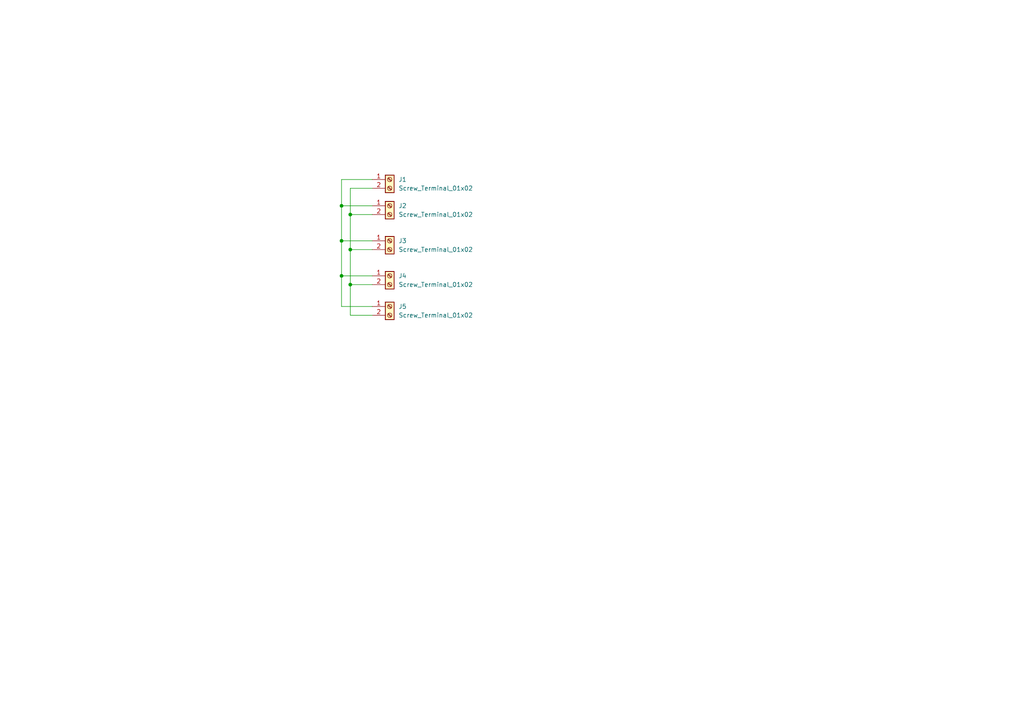
<source format=kicad_sch>
(kicad_sch (version 20211123) (generator eeschema)
  (paper "A4")
  (lib_symbols
    (symbol "Connector:Screw_Terminal_01x02" (pin_names (offset 1.016) hide)
      (property "Reference" "J" (at 0 2.54 0))
      (property "Value" "Screw_Terminal_01x02" (at 0 -5.08 0))
      (symbol "Screw_Terminal_01x02_1_1"
        (rectangle (start -1.27 1.27) (end 1.27 -3.81) (stroke (width 0.254)) (fill (type background)))
        (circle (center 0 -2.54) (radius 0.635) (stroke (width 0.1524)))
        (polyline (pts (xy -0.5334 -2.2098) (xy 0.3302 -3.048)) (stroke (width 0.1524)))
        (polyline (pts (xy -0.5334 0.3302) (xy 0.3302 -0.508)) (stroke (width 0.1524)))
        (polyline (pts (xy -0.3556 -2.032) (xy 0.508 -2.8702)) (stroke (width 0.1524)))
        (polyline (pts (xy -0.3556 0.508) (xy 0.508 -0.3302)) (stroke (width 0.1524)))
        (circle (center 0 0) (radius 0.635) (stroke (width 0.1524)))
        (pin passive line (at -5.08 0 0) (length 3.81) (name "Pin_1") (number "1"))
        (pin passive line (at -5.08 -2.54 0) (length 3.81) (name "Pin_2") (number "2"))
      )
    )
  )
  (junction (at 99.06 69.85))
  (junction (at 101.6 72.39))
  (junction (at 99.06 59.69))
  (junction (at 99.06 80.01))
  (junction (at 101.6 62.23))
  (junction (at 101.6 82.55))
  (wire (pts (xy 101.6 62.23) (xy 107.95 62.23)))
  (wire (pts (xy 99.06 80.01) (xy 107.95 80.01)))
  (wire (pts (xy 107.95 52.07) (xy 99.06 52.07)))
  (wire (pts (xy 101.6 72.39) (xy 107.95 72.39)))
  (wire (pts (xy 99.06 80.01) (xy 99.06 88.9)))
  (wire (pts (xy 101.6 54.61) (xy 101.6 62.23)))
  (wire (pts (xy 99.06 52.07) (xy 99.06 59.69)))
  (wire (pts (xy 99.06 59.69) (xy 99.06 69.85)))
  (wire (pts (xy 99.06 88.9) (xy 107.95 88.9)))
  (wire (pts (xy 99.06 69.85) (xy 107.95 69.85)))
  (wire (pts (xy 99.06 59.69) (xy 107.95 59.69)))
  (wire (pts (xy 107.95 54.61) (xy 101.6 54.61)))
  (wire (pts (xy 101.6 72.39) (xy 101.6 82.55)))
  (wire (pts (xy 101.6 62.23) (xy 101.6 72.39)))
  (wire (pts (xy 101.6 82.55) (xy 101.6 91.44)))
  (wire (pts (xy 101.6 82.55) (xy 107.95 82.55)))
  (wire (pts (xy 99.06 69.85) (xy 99.06 80.01)))
  (wire (pts (xy 101.6 91.44) (xy 107.95 91.44)))
  (symbol (lib_id "Connector:Screw_Terminal_01x02") (at 113.03 59.69 0) (unit 1)
    (property "Reference" "J2" (at 115.57 59.6899 0) (effects (justify left)))
    (property "Value" "Screw_Terminal_01x02" (at 115.57 62.2299 0) (effects (justify left)))
    (property "Footprint" "TerminalBlock:TerminalBlock_bornier-2_P5.08mm" (effects hide))
  )
  (symbol (lib_id "Connector:Screw_Terminal_01x02") (at 113.03 88.9 0) (unit 1)
    (property "Reference" "J5" (at 115.57 88.8999 0) (effects (justify left)))
    (property "Value" "Screw_Terminal_01x02" (at 115.57 91.4399 0) (effects (justify left)))
    (property "Footprint" "TerminalBlock:TerminalBlock_bornier-2_P5.08mm" (effects hide))
  )
  (symbol (lib_id "Connector:Screw_Terminal_01x02") (at 113.03 69.85 0) (unit 1)
    (property "Reference" "J3" (at 115.57 69.8499 0) (effects (justify left)))
    (property "Value" "Screw_Terminal_01x02" (at 115.57 72.3899 0) (effects (justify left)))
    (property "Footprint" "TerminalBlock:TerminalBlock_bornier-2_P5.08mm" (effects hide))
  )
  (symbol (lib_id "Connector:Screw_Terminal_01x02") (at 113.03 52.07 0) (unit 1)
    (property "Reference" "J1" (at 115.57 52.0699 0) (effects (justify left)))
    (property "Value" "Screw_Terminal_01x02" (at 115.57 54.6099 0) (effects (justify left)))
    (property "Footprint" "TerminalBlock:TerminalBlock_bornier-2_P5.08mm" (effects hide))
  )
  (symbol (lib_id "Connector:Screw_Terminal_01x02") (at 113.03 80.01 0) (unit 1)
    (property "Reference" "J4" (at 115.57 80.0099 0) (effects (justify left)))
    (property "Value" "Screw_Terminal_01x02" (at 115.57 82.5499 0) (effects (justify left)))
    (property "Footprint" "TerminalBlock:TerminalBlock_bornier-2_P5.08mm" (effects hide))
  )
)
</source>
